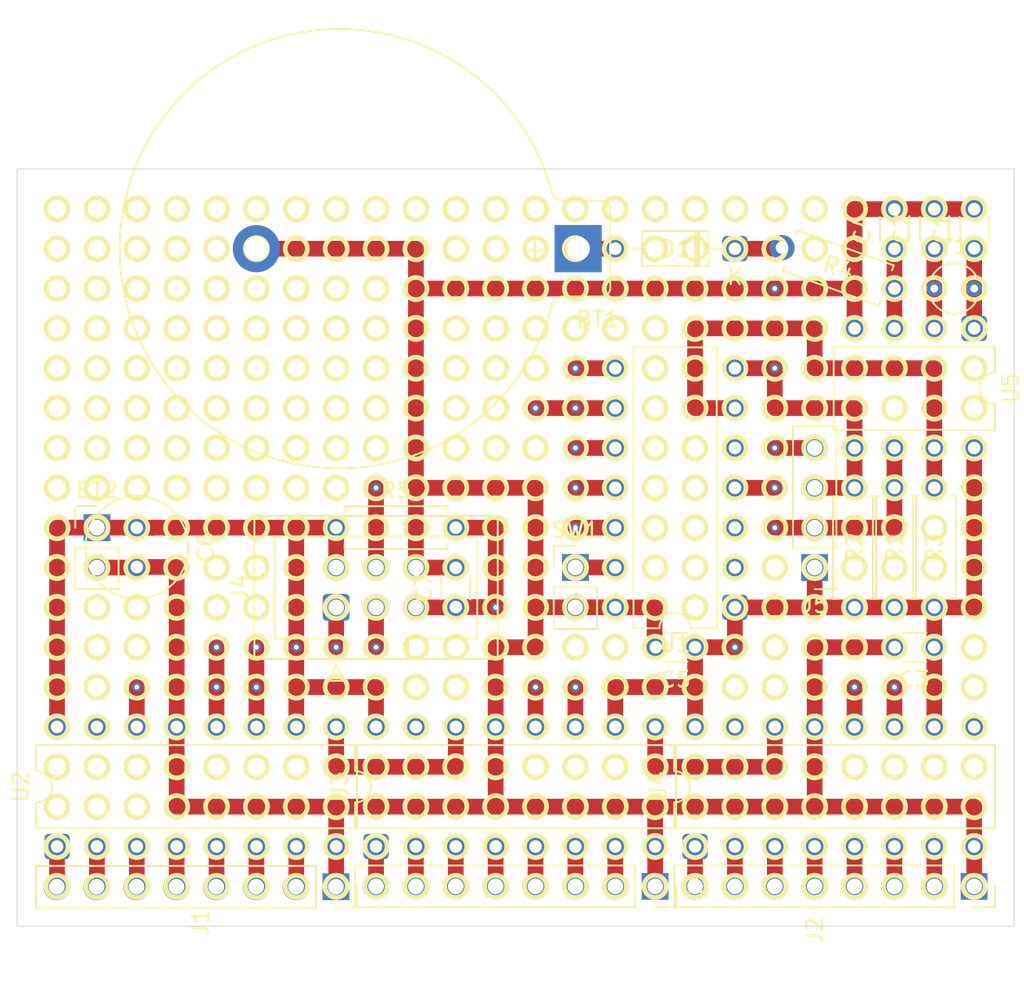
<source format=kicad_pcb>
(kicad_pcb (version 20241229) (generator "pcbnew") (generator_version "9.0")
  (layers (0 "F.Cu" signal) (4 "In1.Cu" signal) (6 "In2.Cu" signal) (8 "In3.Cu" signal) (10 "In4.Cu" signal) (2 "B.Cu" signal) (13 "F.Paste" user) (15 "B.Paste" user) (5 "F.SilkS" user "F.Silkscreen") (7 "B.SilkS" user "B.Silkscreen") (1 "F.Mask" user) (3 "B.Mask" user) (25 "Edge.Cuts" user))
  (net 0 "")
  (net 1 "Net-(BT1-+)")
  (net 2 "GND")
  (net 3 "+5V")
  (net 4 "Net-(U5-X1)")
  (net 5 "Net-(U5-X2)")
  (net 6 "Net-(U5-VBAT)")
  (net 7 "~{RST}")
  (net 8 "Net-(D1-K)")
  (net 9 "C1")
  (net 10 "A1")
  (net 11 "B1")
  (net 12 "D1")
  (net 13 "E1")
  (net 14 "G1")
  (net 15 "F1")
  (net 16 "D2")
  (net 17 "B2")
  (net 18 "A2")
  (net 19 "E2")
  (net 20 "F2")
  (net 21 "C2")
  (net 22 "G2")
  (net 23 "F3")
  (net 24 "B3")
  (net 25 "A3")
  (net 26 "D3")
  (net 27 "E3")
  (net 28 "C3")
  (net 29 "G3")
  (net 30 "MOSI")
  (net 31 "MISO")
  (net 32 "SCK")
  (net 33 "MFP")
  (net 34 "Net-(SW1-A)")
  (net 35 "DATA IN")
  (net 37 "LATCH CLK")
  (net 39 "DATA CLK")
  (net 41 "Net-(U2-QH')")
  (net 44 "Net-(U3-QH')")
  (footprint "Resistor_THT:R_Axial_DIN0207_L6.3mm_D2.5mm_P7.62mm_Horizontal" (layer "F.Cu") (at 68.834 45.212 160)
    (property "Reference" "R4" (at 3.81 0 160) (layer "F.SilkS"))
    (property "Value" "1k")
    (pad "1" thru_hole circle (at 0 0 160) (size 1.6 1.6) (drill 0.8) (layers "*.Cu" "*.Mask") (net 6 "Net-(U5-VBAT)"))
    (pad "2" thru_hole circle (at 7.62 -0.000001 160) (size 1.6 1.6) (drill 0.8) (layers "*.Cu" "*.Mask") (net 8 "Net-(D1-K)"))
  )
  (footprint "Connector_IDC:IDC-Header_2x03_P2.54mm_Vertical" (layer "F.Cu") (at 33.274 65.532 90)
    (property "Reference" "J4" (at 1.27 -6.1 90) (layer "F.SilkS"))
    (property "Value" "AVR-ISP-6")
    (pad "1" thru_hole roundrect (at 0 0 90) (size 1.7 1.7) (drill 1) (layers "*.Cu" "*.Mask") (roundrect_rratio 0.147059) (net 31 "MISO"))
    (pad "2" thru_hole circle (at 2.54 0 90) (size 1.7 1.7) (drill 1) (layers "*.Cu" "*.Mask") (net 3 "+5V"))
    (pad "3" thru_hole circle (at 0 2.54 90) (size 1.7 1.7) (drill 1) (layers "*.Cu" "*.Mask") (net 32 "SCK"))
    (pad "4" thru_hole circle (at 2.54 2.54 90) (size 1.7 1.7) (drill 1) (layers "*.Cu" "*.Mask") (net 30 "MOSI"))
    (pad "5" thru_hole circle (at 0 5.08 90) (size 1.7 1.7) (drill 1) (layers "*.Cu" "*.Mask") (net 7 "~{RST}"))
    (pad "6" thru_hole circle (at 2.54 5.08 90) (size 1.7 1.7) (drill 1) (layers "*.Cu" "*.Mask") (net 2 "GND"))
  )
  (footprint "Resistor_THT:R_Axial_DIN0207_L6.3mm_D2.5mm_P7.62mm_Horizontal" (layer "F.Cu") (at 33.274 60.452)
    (property "Reference" "R5" (at 3.81 -2.37 0) (layer "F.SilkS"))
    (property "Value" "4k7")
    (pad "1" thru_hole circle (at 0 0) (size 1.6 1.6) (drill 0.8) (layers "*.Cu" "*.Mask") (net 3 "+5V"))
    (pad "2" thru_hole circle (at 7.62 0) (size 1.6 1.6) (drill 0.8) (layers "*.Cu" "*.Mask") (net 7 "~{RST}"))
  )
  (footprint "Capacitor_THT:C_Disc_D3.0mm_W1.6mm_P2.50mm" (layer "F.Cu") (at 56.134 68.072 180)
    (property "Reference" "C5" (at 1.25 -2.05 0) (layer "F.SilkS"))
    (property "Value" "100n")
    (pad "1" thru_hole circle (at 0 0 180) (size 1.6 1.6) (drill 0.8) (layers "*.Cu" "*.Mask") (net 3 "+5V"))
    (pad "2" thru_hole circle (at 2.5 0 180) (size 1.6 1.6) (drill 0.8) (layers "*.Cu" "*.Mask") (net 2 "GND"))
  )
  (footprint "Capacitor_THT:C_Disc_D3.0mm_W1.6mm_P2.50mm" (layer "F.Cu") (at 71.354 68.072 180)
    (property "Reference" "C3" (at 1.25 -2.05 0) (layer "F.SilkS"))
    (property "Value" "100n")
    (pad "1" thru_hole circle (at 0 0 180) (size 1.6 1.6) (drill 0.8) (layers "*.Cu" "*.Mask") (net 3 "+5V"))
    (pad "2" thru_hole circle (at 2.5 0 180) (size 1.6 1.6) (drill 0.8) (layers "*.Cu" "*.Mask") (net 2 "GND"))
  )
  (footprint "Battery:BatteryHolder_Keystone_105_1x2430" (layer "F.Cu") (at 48.684 42.672 180)
    (property "Reference" "BT1" (at -1.25 -4.5 0) (layer "F.SilkS"))
    (property "Value" "3V")
    (fp_text user "+" (at 2.75 0 0) (layer "F.SilkS") (effects (font (size 1.5 1.5))))
    (pad "1" thru_hole rect (at 0 0 180) (size 3 3) (drill 1.5) (layers "*.Cu" "*.Mask") (net 1 "Net-(BT1-+)"))
    (pad "2" thru_hole circle (at 20.49 0 180) (size 3 3) (drill 1.5) (layers "*.Cu" "*.Mask") (net 2 "GND"))
  )
  (footprint "Connector_PinSocket_2.54mm:PinSocket_1x08_P2.54mm_Vertical" (layer "F.Cu") (at 73.914 83.312 -90)
    (property "Reference" "J2" (at 2.794 10.16 90) (layer "F.SilkS"))
    (property "Value" "Conn_01x08_Socket")
    (pad "1" thru_hole rect (at 0 0 270) (size 1.7 1.7) (drill 1) (layers "*.Cu" "*.Mask") (net 2 "GND"))
    (pad "2" thru_hole circle (at 0 2.54 270) (size 1.7 1.7) (drill 1) (layers "*.Cu" "*.Mask") (net 20 "F2"))
    (pad "3" thru_hole circle (at 0 5.08 270) (size 1.7 1.7) (drill 1) (layers "*.Cu" "*.Mask") (net 22 "G2"))
    (pad "4" thru_hole circle (at 0 7.62 270) (size 1.7 1.7) (drill 1) (layers "*.Cu" "*.Mask") (net 18 "A2"))
    (pad "5" thru_hole circle (at 0 10.16 270) (size 1.7 1.7) (drill 1) (layers "*.Cu" "*.Mask") (net 17 "B2"))
    (pad "6" thru_hole circle (at 0 12.7 270) (size 1.7 1.7) (drill 1) (layers "*.Cu" "*.Mask") (net 21 "C2"))
    (pad "7" thru_hole circle (at 0 15.24 270) (size 1.7 1.7) (drill 1) (layers "*.Cu" "*.Mask") (net 16 "D2"))
    (pad "8" thru_hole circle (at 0 17.78 270) (size 1.7 1.7) (drill 1) (layers "*.Cu" "*.Mask") (net 19 "E2"))
  )
  (footprint "Package_DIP:DIP-16_W7.62mm" (layer "F.Cu") (at 35.814 80.772 90)
    (property "Reference" "U3" (at 3.81 -2.33 90) (layer "F.SilkS"))
    (property "Value" "74HC595")
    (pad "1" thru_hole roundrect (at 0 0 90) (size 1.6 1.6) (drill 0.8) (layers "*.Cu" "*.Mask") (roundrect_rratio 0.15625) (net 27 "E3"))
    (pad "2" thru_hole circle (at 0 2.54 90) (size 1.6 1.6) (drill 0.8) (layers "*.Cu" "*.Mask") (net 26 "D3"))
    (pad "3" thru_hole circle (at 0 5.08 90) (size 1.6 1.6) (drill 0.8) (layers "*.Cu" "*.Mask") (net 28 "C3"))
    (pad "4" thru_hole circle (at 0 7.62 90) (size 1.6 1.6) (drill 0.8) (layers "*.Cu" "*.Mask") (net 24 "B3"))
    (pad "5" thru_hole circle (at 0 10.16 90) (size 1.6 1.6) (drill 0.8) (layers "*.Cu" "*.Mask") (net 25 "A3"))
    (pad "6" thru_hole circle (at 0 12.7 90) (size 1.6 1.6) (drill 0.8) (layers "*.Cu" "*.Mask") (net 29 "G3"))
    (pad "7" thru_hole circle (at 0 15.24 90) (size 1.6 1.6) (drill 0.8) (layers "*.Cu" "*.Mask") (net 23 "F3"))
    (pad "8" thru_hole circle (at 0 17.78 90) (size 1.6 1.6) (drill 0.8) (layers "*.Cu" "*.Mask") (net 2 "GND"))
    (pad "9" thru_hole circle (at 7.62 17.78 90) (size 1.6 1.6) (drill 0.8) (layers "*.Cu" "*.Mask") (net 44 "Net-(U3-QH')"))
    (pad "10" thru_hole circle (at 7.62 15.24 90) (size 1.6 1.6) (drill 0.8) (layers "*.Cu" "*.Mask") (net 3 "+5V"))
    (pad "11" thru_hole circle (at 7.62 12.7 90) (size 1.6 1.6) (drill 0.8) (layers "*.Cu" "*.Mask") (net 39 "DATA CLK"))
    (pad "12" thru_hole circle (at 7.62 10.16 90) (size 1.6 1.6) (drill 0.8) (layers "*.Cu" "*.Mask") (net 37 "LATCH CLK"))
    (pad "13" thru_hole circle (at 7.62 7.62 90) (size 1.6 1.6) (drill 0.8) (layers "*.Cu" "*.Mask") (net 2 "GND"))
    (pad "14" thru_hole circle (at 7.62 5.08 90) (size 1.6 1.6) (drill 0.8) (layers "*.Cu" "*.Mask") (net 41 "Net-(U2-QH')"))
    (pad "15" thru_hole circle (at 7.62 2.54 90) (size 1.6 1.6) (drill 0.8) (layers "*.Cu" "*.Mask"))
    (pad "16" thru_hole circle (at 7.62 0 90) (size 1.6 1.6) (drill 0.8) (layers "*.Cu" "*.Mask") (net 3 "+5V"))
  )
  (footprint "Capacitor_THT:C_Disc_D3.0mm_W1.6mm_P2.50mm" (layer "F.Cu") (at 40.894 65.512 90)
    (property "Reference" "C7" (at 1.25 -2.05 90) (layer "F.SilkS"))
    (property "Value" "100n")
    (pad "1" thru_hole circle (at 0 0 90) (size 1.6 1.6) (drill 0.8) (layers "*.Cu" "*.Mask") (net 7 "~{RST}"))
    (pad "2" thru_hole circle (at 2.5 0 90) (size 1.6 1.6) (drill 0.8) (layers "*.Cu" "*.Mask") (net 2 "GND"))
  )
  (footprint "Connector_PinSocket_2.54mm:PinSocket_1x08_P2.54mm_Vertical" (layer "F.Cu") (at 53.594 83.312 -90)
    (property "Reference" "J3" (at 0 -2.77 90) (layer "F.SilkS"))
    (property "Value" "Conn_01x08_Socket")
    (pad "1" thru_hole rect (at 0 0 270) (size 1.7 1.7) (drill 1) (layers "*.Cu" "*.Mask") (net 2 "GND"))
    (pad "2" thru_hole circle (at 0 2.54 270) (size 1.7 1.7) (drill 1) (layers "*.Cu" "*.Mask") (net 23 "F3"))
    (pad "3" thru_hole circle (at 0 5.08 270) (size 1.7 1.7) (drill 1) (layers "*.Cu" "*.Mask") (net 29 "G3"))
    (pad "4" thru_hole circle (at 0 7.62 270) (size 1.7 1.7) (drill 1) (layers "*.Cu" "*.Mask") (net 25 "A3"))
    (pad "5" thru_hole circle (at 0 10.16 270) (size 1.7 1.7) (drill 1) (layers "*.Cu" "*.Mask") (net 24 "B3"))
    (pad "6" thru_hole circle (at 0 12.7 270) (size 1.7 1.7) (drill 1) (layers "*.Cu" "*.Mask") (net 28 "C3"))
    (pad "7" thru_hole circle (at 0 15.24 270) (size 1.7 1.7) (drill 1) (layers "*.Cu" "*.Mask") (net 26 "D3"))
    (pad "8" thru_hole circle (at 0 17.78 270) (size 1.7 1.7) (drill 1) (layers "*.Cu" "*.Mask") (net 27 "E3"))
  )
  (footprint "My_Library:50x70mm" (layer "F.Cu") (at 15.494 40.132)
    (property "Reference" "REFe" (hide yes))
    (property "Value" "50x70mm" (hide yes))
    (fp_line (start -2.54 -2.54) (end -2.54 45.72) (stroke (width 0.05)) (layer "Edge.Cuts"))
    (fp_line (start -2.54 -2.54) (end 60.96 -2.54) (stroke (width 0.05)) (layer "Edge.Cuts"))
    (fp_line (start -2.54 45.72) (end 60.96 45.72) (stroke (width 0.05)) (layer "Edge.Cuts"))
    (fp_line (start 60.96 -2.54) (end 60.96 45.72) (stroke (width 0.05)) (layer "Edge.Cuts"))
  )
  (footprint "Connector_PinHeader_2.54mm:PinHeader_1x02_P2.54mm_Vertical" (layer "F.Cu") (at 18.034 60.452)
    (property "Reference" "BT2" (at 0 -2.38 0) (layer "F.SilkS"))
    (property "Value" "5V")
    (pad "1" thru_hole rect (at 0 0) (size 1.7 1.7) (drill 1) (layers "*.Cu" "*.Mask") (net 3 "+5V"))
    (pad "2" thru_hole circle (at 0 2.54) (size 1.7 1.7) (drill 1) (layers "*.Cu" "*.Mask") (net 2 "GND"))
  )
  (footprint "Package_DIP:DIP-16_W7.62mm" (layer "F.Cu") (at 15.494 80.772 90)
    (property "Reference" "U2" (at 3.81 -2.33 90) (layer "F.SilkS"))
    (property "Value" "74HC595")
    (pad "1" thru_hole roundrect (at 0 0 90) (size 1.6 1.6) (drill 0.8) (layers "*.Cu" "*.Mask") (roundrect_rratio 0.15625) (net 13 "E1"))
    (pad "2" thru_hole circle (at 0 2.54 90) (size 1.6 1.6) (drill 0.8) (layers "*.Cu" "*.Mask") (net 12 "D1"))
    (pad "3" thru_hole circle (at 0 5.08 90) (size 1.6 1.6) (drill 0.8) (layers "*.Cu" "*.Mask") (net 9 "C1"))
    (pad "4" thru_hole circle (at 0 7.62 90) (size 1.6 1.6) (drill 0.8) (layers "*.Cu" "*.Mask") (net 11 "B1"))
    (pad "5" thru_hole circle (at 0 10.16 90) (size 1.6 1.6) (drill 0.8) (layers "*.Cu" "*.Mask") (net 10 "A1"))
    (pad "6" thru_hole circle (at 0 12.7 90) (size 1.6 1.6) (drill 0.8) (layers "*.Cu" "*.Mask") (net 14 "G1"))
    (pad "7" thru_hole circle (at 0 15.24 90) (size 1.6 1.6) (drill 0.8) (layers "*.Cu" "*.Mask") (net 15 "F1"))
    (pad "8" thru_hole circle (at 0 17.78 90) (size 1.6 1.6) (drill 0.8) (layers "*.Cu" "*.Mask") (net 2 "GND"))
    (pad "9" thru_hole circle (at 7.62 17.78 90) (size 1.6 1.6) (drill 0.8) (layers "*.Cu" "*.Mask") (net 41 "Net-(U2-QH')"))
    (pad "10" thru_hole circle (at 7.62 15.24 90) (size 1.6 1.6) (drill 0.8) (layers "*.Cu" "*.Mask") (net 3 "+5V"))
    (pad "11" thru_hole circle (at 7.62 12.7 90) (size 1.6 1.6) (drill 0.8) (layers "*.Cu" "*.Mask") (net 39 "DATA CLK"))
    (pad "12" thru_hole circle (at 7.62 10.16 90) (size 1.6 1.6) (drill 0.8) (layers "*.Cu" "*.Mask") (net 37 "LATCH CLK"))
    (pad "13" thru_hole circle (at 7.62 7.62 90) (size 1.6 1.6) (drill 0.8) (layers "*.Cu" "*.Mask") (net 2 "GND"))
    (pad "14" thru_hole circle (at 7.62 5.08 90) (size 1.6 1.6) (drill 0.8) (layers "*.Cu" "*.Mask") (net 35 "DATA IN"))
    (pad "15" thru_hole circle (at 7.62 2.54 90) (size 1.6 1.6) (drill 0.8) (layers "*.Cu" "*.Mask"))
    (pad "16" thru_hole circle (at 7.62 0 90) (size 1.6 1.6) (drill 0.8) (layers "*.Cu" "*.Mask") (net 3 "+5V"))
  )
  (footprint "Crystal:Crystal_AT310_D3.0mm_L10.0mm_Vertical" (layer "F.Cu") (at 71.374 45.212)
    (property "Reference" "Y1" (at 1.27 -2.7 0) (layer "F.SilkS"))
    (property "Value" "32.768kHz")
    (pad "1" thru_hole circle (at 0 0) (size 1 1) (drill 0.5) (layers "*.Cu" "*.Mask") (net 5 "Net-(U5-X2)"))
    (pad "2" thru_hole circle (at 2.54 0) (size 1 1) (drill 0.5) (layers "*.Cu" "*.Mask") (net 4 "Net-(U5-X1)"))
  )
  (footprint "Package_DIP:DIP-14_W7.62mm" (layer "F.Cu") (at 58.674 65.532 180)
    (property "Reference" "U1" (at 3.81 -2.33 0) (layer "F.SilkS"))
    (property "Value" "ATtiny84A-P")
    (pad "1" thru_hole roundrect (at 0 0 180) (size 1.6 1.6) (drill 0.8) (layers "*.Cu" "*.Mask") (roundrect_rratio 0.15625) (net 3 "+5V"))
    (pad "2" thru_hole circle (at 0 2.54 180) (size 1.6 1.6) (drill 0.8) (layers "*.Cu" "*.Mask"))
    (pad "3" thru_hole circle (at 0 5.08 180) (size 1.6 1.6) (drill 0.8) (layers "*.Cu" "*.Mask"))
    (pad "4" thru_hole circle (at 0 7.62 180) (size 1.6 1.6) (drill 0.8) (layers "*.Cu" "*.Mask") (net 7 "~{RST}"))
    (pad "5" thru_hole circle (at 0 10.16 180) (size 1.6 1.6) (drill 0.8) (layers "*.Cu" "*.Mask"))
    (pad "6" thru_hole circle (at 0 12.7 180) (size 1.6 1.6) (drill 0.8) (layers "*.Cu" "*.Mask") (net 33 "MFP"))
    (pad "7" thru_hole circle (at 0 15.24 180) (size 1.6 1.6) (drill 0.8) (layers "*.Cu" "*.Mask") (net 30 "MOSI"))
    (pad "8" thru_hole circle (at 7.62 15.24 180) (size 1.6 1.6) (drill 0.8) (layers "*.Cu" "*.Mask") (net 31 "MISO"))
    (pad "9" thru_hole circle (at 7.62 12.7 180) (size 1.6 1.6) (drill 0.8) (layers "*.Cu" "*.Mask") (net 32 "SCK"))
    (pad "10" thru_hole circle (at 7.62 10.16 180) (size 1.6 1.6) (drill 0.8) (layers "*.Cu" "*.Mask") (net 37 "LATCH CLK"))
    (pad "11" thru_hole circle (at 7.62 7.62 180) (size 1.6 1.6) (drill 0.8) (layers "*.Cu" "*.Mask") (net 39 "DATA CLK"))
    (pad "12" thru_hole circle (at 7.62 5.08 180) (size 1.6 1.6) (drill 0.8) (layers "*.Cu" "*.Mask") (net 35 "DATA IN"))
    (pad "13" thru_hole circle (at 7.62 2.54 180) (size 1.6 1.6) (drill 0.8) (layers "*.Cu" "*.Mask") (net 34 "Net-(SW1-A)"))
    (pad "14" thru_hole circle (at 7.62 0 180) (size 1.6 1.6) (drill 0.8) (layers "*.Cu" "*.Mask") (net 2 "GND"))
  )
  (footprint "Diode_THT:D_DO-35_SOD27_P7.62mm_Horizontal" (layer "F.Cu") (at 58.674 42.672 180)
    (property "Reference" "D1" (at 3.81 0 0) (layer "F.SilkS"))
    (property "Value" "BAT42")
    (fp_text user "K" (at 0 -1.8 0) (layer "F.SilkS"))
    (pad "1" thru_hole roundrect (at 0 0 180) (size 1.6 1.6) (drill 0.8) (layers "*.Cu" "*.Mask") (roundrect_rratio 0.15625) (net 8 "Net-(D1-K)"))
    (pad "2" thru_hole circle (at 7.62 0 180) (size 1.6 1.6) (drill 0.8) (layers "*.Cu" "*.Mask") (net 1 "Net-(BT1-+)"))
  )
  (footprint "Resistor_THT:R_Axial_DIN0207_L6.3mm_D2.5mm_P7.62mm_Horizontal" (layer "F.Cu") (at 66.294 65.532 90)
    (property "Reference" "R2" (at 3.81 0 90) (layer "F.SilkS"))
    (property "Value" "2.2k")
    (pad "1" thru_hole circle (at 0 0 90) (size 1.6 1.6) (drill 0.8) (layers "*.Cu" "*.Mask") (net 3 "+5V"))
    (pad "2" thru_hole circle (at 7.62 0 90) (size 1.6 1.6) (drill 0.8) (layers "*.Cu" "*.Mask") (net 30 "MOSI"))
  )
  (footprint "Capacitor_THT:C_Disc_D3.0mm_W1.6mm_P2.50mm" (layer "F.Cu") (at 71.374 42.652 90)
    (property "Reference" "C2" (at 1.25 -2.05 90) (layer "F.SilkS"))
    (property "Value" "22p")
    (pad "1" thru_hole circle (at 0 0 90) (size 1.6 1.6) (drill 0.8) (layers "*.Cu" "*.Mask") (net 5 "Net-(U5-X2)"))
    (pad "2" thru_hole circle (at 2.5 0 90) (size 1.6 1.6) (drill 0.8) (layers "*.Cu" "*.Mask") (net 2 "GND"))
  )
  (footprint "Package_DIP:DIP-8_W7.62mm" (layer "F.Cu") (at 73.914 47.752 -90)
    (property "Reference" "U5" (at 3.81 -2.33 90) (layer "F.SilkS"))
    (property "Value" "MCP7940N")
    (pad "1" thru_hole roundrect (at 0 0 270) (size 1.6 1.6) (drill 0.8) (layers "*.Cu" "*.Mask") (roundrect_rratio 0.15625) (net 4 "Net-(U5-X1)"))
    (pad "2" thru_hole circle (at 0 2.54 270) (size 1.6 1.6) (drill 0.8) (layers "*.Cu" "*.Mask") (net 5 "Net-(U5-X2)"))
    (pad "3" thru_hole circle (at 0 5.08 270) (size 1.6 1.6) (drill 0.8) (layers "*.Cu" "*.Mask") (net 6 "Net-(U5-VBAT)"))
    (pad "4" thru_hole circle (at 0 7.62 270) (size 1.6 1.6) (drill 0.8) (layers "*.Cu" "*.Mask") (net 2 "GND"))
    (pad "5" thru_hole circle (at 7.62 7.62 270) (size 1.6 1.6) (drill 0.8) (layers "*.Cu" "*.Mask") (net 30 "MOSI"))
    (pad "6" thru_hole circle (at 7.62 5.08 270) (size 1.6 1.6) (drill 0.8) (layers "*.Cu" "*.Mask") (net 32 "SCK"))
    (pad "7" thru_hole circle (at 7.62 2.54 270) (size 1.6 1.6) (drill 0.8) (layers "*.Cu" "*.Mask") (net 33 "MFP"))
    (pad "8" thru_hole circle (at 7.62 0 270) (size 1.6 1.6) (drill 0.8) (layers "*.Cu" "*.Mask") (net 3 "+5V"))
  )
  (footprint "Capacitor_THT:C_Disc_D3.0mm_W1.6mm_P2.50mm" (layer "F.Cu") (at 73.914 42.652 90)
    (property "Reference" "C1" (at 1.25 -2.05 90) (layer "F.SilkS"))
    (property "Value" "22p")
    (pad "1" thru_hole circle (at 0 0 90) (size 1.6 1.6) (drill 0.8) (layers "*.Cu" "*.Mask") (net 4 "Net-(U5-X1)"))
    (pad "2" thru_hole circle (at 2.5 0 90) (size 1.6 1.6) (drill 0.8) (layers "*.Cu" "*.Mask") (net 2 "GND"))
  )
  (footprint "Package_DIP:DIP-16_W7.62mm" (layer "F.Cu") (at 56.134 80.772 90)
    (property "Reference" "U4" (at 3.81 -2.33 90) (layer "F.SilkS"))
    (property "Value" "74HC595")
    (pad "1" thru_hole roundrect (at 0 0 90) (size 1.6 1.6) (drill 0.8) (layers "*.Cu" "*.Mask") (roundrect_rratio 0.15625) (net 19 "E2"))
    (pad "2" thru_hole circle (at 0 2.54 90) (size 1.6 1.6) (drill 0.8) (layers "*.Cu" "*.Mask") (net 16 "D2"))
    (pad "3" thru_hole circle (at 0 5.08 90) (size 1.6 1.6) (drill 0.8) (layers "*.Cu" "*.Mask") (net 21 "C2"))
    (pad "4" thru_hole circle (at 0 7.62 90) (size 1.6 1.6) (drill 0.8) (layers "*.Cu" "*.Mask") (net 17 "B2"))
    (pad "5" thru_hole circle (at 0 10.16 90) (size 1.6 1.6) (drill 0.8) (layers "*.Cu" "*.Mask") (net 18 "A2"))
    (pad "6" thru_hole circle (at 0 12.7 90) (size 1.6 1.6) (drill 0.8) (layers "*.Cu" "*.Mask") (net 22 "G2"))
    (pad "7" thru_hole circle (at 0 15.24 90) (size 1.6 1.6) (drill 0.8) (layers "*.Cu" "*.Mask") (net 20 "F2"))
    (pad "8" thru_hole circle (at 0 17.78 90) (size 1.6 1.6) (drill 0.8) (layers "*.Cu" "*.Mask") (net 2 "GND"))
    (pad "9" thru_hole circle (at 7.62 17.78 90) (size 1.6 1.6) (drill 0.8) (layers "*.Cu" "*.Mask"))
    (pad "10" thru_hole circle (at 7.62 15.24 90) (size 1.6 1.6) (drill 0.8) (layers "*.Cu" "*.Mask") (net 3 "+5V"))
    (pad "11" thru_hole circle (at 7.62 12.7 90) (size 1.6 1.6) (drill 0.8) (layers "*.Cu" "*.Mask") (net 39 "DATA CLK"))
    (pad "12" thru_hole circle (at 7.62 10.16 90) (size 1.6 1.6) (drill 0.8) (layers "*.Cu" "*.Mask") (net 37 "LATCH CLK"))
    (pad "13" thru_hole circle (at 7.62 7.62 90) (size 1.6 1.6) (drill 0.8) (layers "*.Cu" "*.Mask") (net 2 "GND"))
    (pad "14" thru_hole circle (at 7.62 5.08 90) (size 1.6 1.6) (drill 0.8) (layers "*.Cu" "*.Mask") (net 44 "Net-(U3-QH')"))
    (pad "15" thru_hole circle (at 7.62 2.54 90) (size 1.6 1.6) (drill 0.8) (layers "*.Cu" "*.Mask"))
    (pad "16" thru_hole circle (at 7.62 0 90) (size 1.6 1.6) (drill 0.8) (layers "*.Cu" "*.Mask") (net 3 "+5V"))
  )
  (footprint "Connector_PinSocket_2.54mm:PinSocket_1x08_P2.54mm_Vertical" (layer "F.Cu") (at 33.259 83.337 -90)
    (property "Reference" "J1" (at 2.261 8.621 90) (layer "F.SilkS"))
    (property "Value" "Conn_01x08_Socket")
    (pad "1" thru_hole rect (at 0 0 270) (size 1.7 1.7) (drill 1) (layers "*.Cu" "*.Mask") (net 2 "GND"))
    (pad "2" thru_hole circle (at 0 2.54 270) (size 1.7 1.7) (drill 1) (layers "*.Cu" "*.Mask") (net 15 "F1"))
    (pad "3" thru_hole circle (at 0 5.08 270) (size 1.7 1.7) (drill 1) (layers "*.Cu" "*.Mask") (net 14 "G1"))
    (pad "4" thru_hole circle (at 0 7.62 270) (size 1.7 1.7) (drill 1) (layers "*.Cu" "*.Mask") (net 10 "A1"))
    (pad "5" thru_hole circle (at 0 10.16 270) (size 1.7 1.7) (drill 1) (layers "*.Cu" "*.Mask") (net 11 "B1"))
    (pad "6" thru_hole circle (at 0 12.7 270) (size 1.7 1.7) (drill 1) (layers "*.Cu" "*.Mask") (net 9 "C1"))
    (pad "7" thru_hole circle (at 0 15.24 270) (size 1.7 1.7) (drill 1) (layers "*.Cu" "*.Mask") (net 12 "D1"))
    (pad "8" thru_hole circle (at 0 17.78 270) (size 1.7 1.7) (drill 1) (layers "*.Cu" "*.Mask") (net 13 "E1"))
  )
  (footprint "Resistor_THT:R_Axial_DIN0207_L6.3mm_D2.5mm_P7.62mm_Horizontal" (layer "F.Cu") (at 68.834 65.532 90)
    (property "Reference" "R1" (at 3.81 0 90) (layer "F.SilkS"))
    (property "Value" "2.2k")
    (pad "1" thru_hole circle (at 0 0 90) (size 1.6 1.6) (drill 0.8) (layers "*.Cu" "*.Mask") (net 3 "+5V"))
    (pad "2" thru_hole circle (at 7.62 0 90) (size 1.6 1.6) (drill 0.8) (layers "*.Cu" "*.Mask") (net 32 "SCK"))
  )
  (footprint "Connector_PinHeader_2.54mm:PinHeader_1x02_P2.54mm_Vertical" (layer "F.Cu") (at 48.514 62.987)
    (property "Reference" "SW1" (at 0 -2.38 0) (layer "F.SilkS"))
    (property "Value" "SW_SPST")
    (pad "1" thru_hole rect (at 0 0) (size 1.7 1.7) (drill 1) (layers "*.Cu" "*.Mask") (net 34 "Net-(SW1-A)"))
    (pad "2" thru_hole circle (at 0 2.54) (size 1.7 1.7) (drill 1) (layers "*.Cu" "*.Mask") (net 2 "GND"))
  )
  (footprint "Capacitor_THT:C_Radial_D6.3mm_H5.0mm_P2.50mm" (layer "F.Cu") (at 20.574 60.457 -90)
    (property "Reference" "C6" (at 1.25 -4.4 90) (layer "F.SilkS"))
    (property "Value" "10u")
    (pad "1" thru_hole circle (at 0 0 270) (size 1.6 1.6) (drill 0.8) (layers "*.Cu" "*.Mask") (net 3 "+5V"))
    (pad "2" thru_hole circle (at 2.5 0 270) (size 1.6 1.6) (drill 0.8) (layers "*.Cu" "*.Mask") (net 2 "GND"))
  )
  (footprint "Resistor_THT:R_Axial_DIN0207_L6.3mm_D2.5mm_P7.62mm_Horizontal" (layer "F.Cu") (at 71.374 65.532 90)
    (property "Reference" "R3" (at 3.81 0 90) (layer "F.SilkS"))
    (property "Value" "10k")
    (pad "1" thru_hole circle (at 0 0 90) (size 1.6 1.6) (drill 0.8) (layers "*.Cu" "*.Mask") (net 3 "+5V"))
    (pad "2" thru_hole circle (at 7.62 0 90) (size 1.6 1.6) (drill 0.8) (layers "*.Cu" "*.Mask") (net 33 "MFP"))
  )
  (footprint "Connector_PinHeader_2.54mm:PinHeader_1x04_P2.54mm_Vertical" (layer "F.Cu") (at 63.754 62.992 180)
    (property "Reference" "J5" (at 0 -2.38 0) (layer "F.SilkS"))
    (property "Value" "Conn_01x04_Pin")
    (pad "1" thru_hole rect (at 0 0 180) (size 1.7 1.7) (drill 1) (layers "*.Cu" "*.Mask") (net 3 "+5V"))
    (pad "2" thru_hole circle (at 0 2.54 180) (size 1.7 1.7) (drill 1) (layers "*.Cu" "*.Mask") (net 32 "SCK"))
    (pad "3" thru_hole circle (at 0 5.08 180) (size 1.7 1.7) (drill 1) (layers "*.Cu" "*.Mask") (net 30 "MOSI"))
    (pad "4" thru_hole circle (at 0 7.62 180) (size 1.7 1.7) (drill 1) (layers "*.Cu" "*.Mask") (net 2 "GND"))
  )
  (footprint "Capacitor_THT:C_Disc_D3.0mm_W1.6mm_P2.50mm" (layer "F.Cu") (at 68.834 42.672 90)
    (property "Reference" "C4" (at 1.25 -2.05 90) (layer "F.SilkS"))
    (property "Value" "100p")
    (pad "1" thru_hole circle (at 0 0 90) (size 1.6 1.6) (drill 0.8) (layers "*.Cu" "*.Mask") (net 6 "Net-(U5-VBAT)"))
    (pad "2" thru_hole circle (at 2.5 0 90) (size 1.6 1.6) (drill 0.8) (layers "*.Cu" "*.Mask") (net 2 "GND"))
  )
  (segment (start 51.054 42.672) (end 48.684 42.672) (width 1) (layer "F.Cu") (net 1))
  (segment (start 45.974 57.912) (end 45.974 65.532) (width 1) (layer "F.Cu") (net 2))
  (segment (start 73.914 78.232) (end 73.914 83.312) (width 1) (layer "F.Cu") (net 2))
  (segment (start 66.294 45.212) (end 66.294 47.752) (width 1) (layer "F.Cu") (net 2))
  (segment (start 33.274 78.232) (end 33.274 80.772) (width 1) (layer "F.Cu") (net 2))
  (segment (start 33.274 80.772) (end 33.274 83.322) (width 1) (layer "F.Cu") (net 2))
  (segment (start 23.114 73.152) (end 23.114 78.232) (width 1) (layer "F.Cu") (net 2))
  (segment (start 18.034 62.992) (end 20.539 62.992) (width 1) (layer "F.Cu") (net 2))
  (segment (start 45.974 68.072) (end 43.434 68.072) (width 1) (layer "F.Cu") (net 2))
  (segment (start 63.754 78.232) (end 63.754 73.152) (width 1) (layer "F.Cu") (net 2))
  (segment (start 51.049 65.527) (end 51.054 65.532) (width 1) (layer "F.Cu") (net 2))
  (segment (start 38.354 57.912) (end 38.354 62.992) (width 1) (layer "F.Cu") (net 2))
  (segment (start 73.914 40.152) (end 66.314 40.152) (width 1) (layer "F.Cu") (net 2))
  (segment (start 43.434 78.232) (end 43.434 73.152) (width 1) (layer "F.Cu") (net 2))
  (segment (start 68.854 68.072) (end 63.754 68.072) (width 1) (layer "F.Cu") (net 2))
  (segment (start 38.354 42.672) (end 28.194 42.672) (width 1) (layer "F.Cu") (net 2))
  (segment (start 38.354 62.992) (end 40.874 62.992) (width 1) (layer "F.Cu") (net 2))
  (segment (start 20.539 62.992) (end 20.574 62.957) (width 1) (layer "F.Cu") (net 2))
  (segment (start 43.434 68.072) (end 43.434 73.152) (width 1) (layer "F.Cu") (net 2))
  (segment (start 38.354 47.752) (end 38.354 57.912) (width 1) (layer "F.Cu") (net 2))
  (segment (start 53.554 65.572) (end 53.554 68.112) (width 1) (layer "F.Cu") (net 2))
  (segment (start 45.979 65.527) (end 48.514 65.527) (width 1) (layer "F.Cu") (net 2))
  (segment (start 40.874 62.992) (end 40.894 63.012) (width 1) (layer "F.Cu") (net 2))
  (segment (start 33.274 78.232) (end 43.434 78.232) (width 1) (layer "F.Cu") (net 2))
  (segment (start 51.054 65.532) (end 53.594 65.532) (width 1) (layer "F.Cu") (net 2))
  (segment (start 61.214 45.212) (end 66.294 45.212) (width 1) (layer "F.Cu") (net 2))
  (segment (start 63.754 78.232) (end 73.914 78.232) (width 1) (layer "F.Cu") (net 2))
  (segment (start 23.079 62.957) (end 23.114 62.992) (width 1) (layer "F.Cu") (net 2))
  (segment (start 38.354 45.212) (end 38.354 42.672) (width 1) (layer "F.Cu") (net 2))
  (segment (start 23.114 62.992) (end 23.114 73.152) (width 1) (layer "F.Cu") (net 2))
  (segment (start 66.314 40.152) (end 66.294 40.132) (width 1) (layer "F.Cu") (net 2))
  (segment (start 48.514 65.527) (end 51.049 65.527) (width 1) (layer "F.Cu") (net 2))
  (segment (start 53.594 78.232) (end 53.594 80.772) (width 1) (layer "F.Cu") (net 2))
  (segment (start 20.574 62.957) (end 23.079 62.957) (width 1) (layer "F.Cu") (net 2))
  (segment (start 53.594 78.232) (end 63.754 78.232) (width 1) (layer "F.Cu") (net 2))
  (segment (start 53.594 80.772) (end 53.594 83.312) (width 1) (layer "F.Cu") (net 2))
  (segment (start 53.594 65.532) (end 53.554 65.572) (width 1) (layer "F.Cu") (net 2))
  (segment (start 45.974 65.532) (end 45.974 68.072) (width 1) (layer "F.Cu") (net 2))
  (segment (start 63.754 55.372) (end 61.214 55.372) (width 1) (layer "F.Cu") (net 2))
  (segment (start 43.434 78.232) (end 53.594 78.232) (width 1) (layer "F.Cu") (net 2))
  (segment (start 63.754 68.072) (end 63.754 73.152) (width 1) (layer "F.Cu") (net 2))
  (segment (start 33.274 83.322) (end 33.259 83.337) (width 1) (layer "F.Cu") (net 2))
  (segment (start 38.354 45.212) (end 38.354 47.752) (width 1) (layer "F.Cu") (net 2))
  (segment (start 38.354 45.212) (end 61.214 45.212) (width 1) (layer "F.Cu") (net 2))
  (segment (start 66.294 40.132) (end 66.294 45.212) (width 1) (layer "F.Cu") (net 2))
  (segment (start 38.354 57.912) (end 45.974 57.912) (width 1) (layer "F.Cu") (net 2))
  (segment (start 45.974 65.532) (end 45.979 65.527) (width 1) (layer "F.Cu") (net 2))
  (segment (start 23.114 78.232) (end 33.274 78.232) (width 1) (layer "F.Cu") (net 2))
  (via (at 61.214 45.212) (size 0.6) (drill 0.3) (layers "F.Cu" "B.Cu") (net 2))
  (via (at 61.214 55.372) (size 0.6) (drill 0.3) (layers "F.Cu" "B.Cu") (net 2))
  (segment (start 73.894 65.532) (end 73.914 65.552) (width 1) (layer "F.Cu") (net 3))
  (segment (start 20.574 60.457) (end 21.585 60.457) (width 1) (layer "F.Cu") (net 3))
  (segment (start 63.754 65.532) (end 66.294 65.532) (width 1) (layer "F.Cu") (net 3))
  (segment (start 21.585 60.457) (end 21.59 60.452) (width 1) (layer "F.Cu") (net 3))
  (segment (start 15.494 60.452) (end 15.494 73.152) (width 1) (layer "F.Cu") (net 3))
  (segment (start 56.134 68.072) (end 58.674 68.072) (width 1) (layer "F.Cu") (net 3))
  (segment (start 73.914 65.552) (end 73.914 55.372) (width 1) (layer "F.Cu") (net 3))
  (segment (start 30.734 68.072) (end 30.734 60.452) (width 1) (layer "F.Cu") (net 3))
  (segment (start 30.734 73.152) (end 30.734 70.612) (width 1) (layer "F.Cu") (net 3))
  (segment (start 63.754 65.532) (end 63.754 62.992) (width 1) (layer "F.Cu") (net 3))
  (segment (start 18.034 60.452) (end 15.494 60.452) (width 1) (layer "F.Cu") (net 3))
  (segment (start 56.134 70.612) (end 56.134 68.072) (width 1) (layer "F.Cu") (net 3))
  (segment (start 51.054 73.152) (end 51.054 70.612) (width 1) (layer "F.Cu") (net 3))
  (segment (start 18.034 60.452) (end 20.569 60.452) (width 1) (layer "F.Cu") (net 3))
  (segment (start 20.569 60.452) (end 20.574 60.457) (width 1) (layer "F.Cu") (net 3))
  (segment (start 56.134 70.612) (end 56.134 73.152) (width 1) (layer "F.Cu") (net 3))
  (segment (start 30.734 70.612) (end 35.814 70.612) (width 1) (layer "F.Cu") (net 3))
  (segment (start 30.734 60.452) (end 33.274 60.452) (width 1) (layer "F.Cu") (net 3))
  (segment (start 33.274 60.452) (end 33.274 62.992) (width 1) (layer "F.Cu") (net 3))
  (segment (start 35.814 70.612) (end 35.814 73.152) (width 1) (layer "F.Cu") (net 3))
  (segment (start 21.59 60.452) (end 30.734 60.452) (width 1) (layer "F.Cu") (net 3))
  (segment (start 71.374 65.532) (end 71.374 73.152) (width 1) (layer "F.Cu") (net 3))
  (segment (start 51.054 70.612) (end 53.554 70.612) (width 1) (layer "F.Cu") (net 3))
  (segment (start 66.294 65.532) (end 73.894 65.532) (width 1) (layer "F.Cu") (net 3))
  (segment (start 58.674 65.532) (end 63.754 65.532) (width 1) (layer "F.Cu") (net 3))
  (segment (start 53.554 70.612) (end 56.134 70.612) (width 1) (layer "F.Cu") (net 3))
  (segment (start 30.734 70.612) (end 30.734 68.072) (width 1) (layer "F.Cu") (net 3))
  (segment (start 58.674 68.072) (end 58.674 65.532) (width 1) (layer "F.Cu") (net 3))
  (via (at 30.734 68.072) (size 0.6) (drill 0.3) (layers "F.Cu" "B.Cu") (net 3))
  (via (at 58.674 68.072) (size 0.6) (drill 0.3) (layers "F.Cu" "B.Cu") (net 3))
  (segment (start 73.914 47.752) (end 73.914 42.652) (width 1) (layer "F.Cu") (net 4))
  (segment (start 71.374 47.752) (end 71.374 42.652) (width 1) (layer "F.Cu") (net 5))
  (segment (start 68.834 47.752) (end 68.834 42.672) (width 1) (layer "F.Cu") (net 6))
  (segment (start 38.354 65.532) (end 40.874 65.532) (width 1) (layer "F.Cu") (net 7))
  (segment (start 43.414 65.512) (end 43.434 65.532) (width 1) (layer "F.Cu") (net 7))
  (segment (start 43.434 60.452) (end 40.894 60.452) (width 1) (layer "F.Cu") (net 7))
  (segment (start 40.894 65.512) (end 43.414 65.512) (width 1) (layer "F.Cu") (net 7))
  (segment (start 58.674 57.912) (end 61.214 57.912) (width 1) (layer "F.Cu") (net 7))
  (segment (start 43.434 65.532) (end 43.434 60.452) (width 1) (layer "F.Cu") (net 7))
  (segment (start 40.874 65.532) (end 40.894 65.512) (width 1) (layer "F.Cu") (net 7))
  (via (at 61.214 57.912) (size 0.6) (drill 0.3) (layers "F.Cu" "B.Cu") (net 7))
  (via (at 43.434 65.532) (size 0.6) (drill 0.3) (layers "F.Cu" "B.Cu") (net 7))
  (segment (start 61.607349 42.672) (end 61.673542 42.605807) (width 1) (layer "F.Cu") (net 8))
  (segment (start 58.674 42.672) (end 61.607349 42.672) (width 1) (layer "F.Cu") (net 8))
  (segment (start 20.574 80.772) (end 20.574 83.322) (width 1) (layer "F.Cu") (net 9))
  (segment (start 20.574 83.322) (end 20.559 83.337) (width 1) (layer "F.Cu") (net 9))
  (segment (start 25.654 80.772) (end 25.654 83.322) (width 1) (layer "F.Cu") (net 10))
  (segment (start 25.654 83.322) (end 25.639 83.337) (width 1) (layer "F.Cu") (net 10))
  (segment (start 23.114 83.322) (end 23.099 83.337) (width 1) (layer "F.Cu") (net 11))
  (segment (start 23.114 80.772) (end 23.114 83.322) (width 1) (layer "F.Cu") (net 11))
  (segment (start 18.034 83.322) (end 18.019 83.337) (width 1) (layer "F.Cu") (net 12))
  (segment (start 18.034 80.772) (end 18.034 83.322) (width 1) (layer "F.Cu") (net 12))
  (segment (start 15.494 83.322) (end 15.479 83.337) (width 1) (layer "F.Cu") (net 13))
  (segment (start 15.494 80.772) (end 15.494 83.322) (width 1) (layer "F.Cu") (net 13))
  (segment (start 28.194 80.772) (end 28.194 83.322) (width 1) (layer "F.Cu") (net 14))
  (segment (start 28.194 83.322) (end 28.179 83.337) (width 1) (layer "F.Cu") (net 14))
  (segment (start 30.734 83.322) (end 30.719 83.337) (width 1) (layer "F.Cu") (net 15))
  (segment (start 30.734 80.772) (end 30.734 83.322) (width 1) (layer "F.Cu") (net 15))
  (segment (start 58.674 80.772) (end 58.674 83.312) (width 1) (layer "F.Cu") (net 16))
  (segment (start 63.754 80.772) (end 63.754 83.312) (width 1) (layer "F.Cu") (net 17))
  (segment (start 66.294 80.772) (end 66.294 83.312) (width 1) (layer "F.Cu") (net 18))
  (segment (start 56.134 80.772) (end 56.134 83.312) (width 1) (layer "F.Cu") (net 19))
  (segment (start 71.374 80.772) (end 71.374 83.312) (width 1) (layer "F.Cu") (net 20))
  (segment (start 61.214 80.772) (end 61.214 83.312) (width 1) (layer "F.Cu") (net 21))
  (segment (start 68.834 80.772) (end 68.834 83.312) (width 1) (layer "F.Cu") (net 22))
  (segment (start 51.054 80.772) (end 51.054 83.312) (width 1) (layer "F.Cu") (net 23))
  (segment (start 43.434 80.772) (end 43.434 83.312) (width 1) (layer "F.Cu") (net 24))
  (segment (start 45.974 80.772) (end 45.974 83.312) (width 1) (layer "F.Cu") (net 25))
  (segment (start 38.354 80.772) (end 38.354 83.312) (width 1) (layer "F.Cu") (net 26))
  (segment (start 35.814 80.772) (end 35.814 83.312) (width 1) (layer "F.Cu") (net 27))
  (segment (start 40.894 80.772) (end 40.894 83.312) (width 1) (layer "F.Cu") (net 28))
  (segment (start 48.514 80.772) (end 48.514 83.312) (width 1) (layer "F.Cu") (net 29))
  (segment (start 58.674 50.292) (end 61.214 50.292) (width 1) (layer "F.Cu") (net 30))
  (segment (start 66.294 57.912) (end 66.294 55.372) (width 1) (layer "F.Cu") (net 30))
  (segment (start 61.214 50.292) (end 61.214 52.832) (width 1) (layer "F.Cu") (net 30))
  (segment (start 35.814 62.992) (end 35.814 57.912) (width 1) (layer "F.Cu") (net 30))
  (segment (start 66.294 57.912) (end 63.754 57.912) (width 1) (layer "F.Cu") (net 30))
  (segment (start 61.214 52.832) (end 66.294 52.832) (width 1) (layer "F.Cu") (net 30))
  (segment (start 66.294 52.832) (end 66.294 55.372) (width 1) (layer "F.Cu") (net 30))
  (via (at 35.814 57.912) (size 0.6) (drill 0.3) (layers "F.Cu" "B.Cu") (net 30))
  (via (at 61.214 50.292) (size 0.6) (drill 0.3) (layers "F.Cu" "B.Cu") (net 30))
  (segment (start 33.274 65.532) (end 33.274 68.072) (width 1) (layer "F.Cu") (net 31))
  (segment (start 51.054 50.292) (end 48.514 50.292) (width 1) (layer "F.Cu") (net 31))
  (via (at 33.274 68.072) (size 0.6) (drill 0.3) (layers "F.Cu" "B.Cu") (net 31))
  (via (at 48.514 50.292) (size 0.6) (drill 0.3) (layers "F.Cu" "B.Cu") (net 31))
  (segment (start 68.834 57.912) (end 68.834 60.452) (width 1) (layer "F.Cu") (net 32))
  (segment (start 51.054 52.832) (end 48.514 52.832) (width 1) (layer "F.Cu") (net 32))
  (segment (start 63.754 60.452) (end 61.214 60.452) (width 1) (layer "F.Cu") (net 32))
  (segment (start 68.834 57.912) (end 68.834 55.372) (width 1) (layer "F.Cu") (net 32))
  (segment (start 68.834 60.452) (end 63.754 60.452) (width 1) (layer "F.Cu") (net 32))
  (segment (start 35.814 65.532) (end 35.814 68.072) (width 1) (layer "F.Cu") (net 32))
  (segment (start 48.514 52.832) (end 45.974 52.832) (width 1) (layer "F.Cu") (net 32))
  (via (at 48.514 52.832) (size 0.6) (drill 0.3) (layers "F.Cu" "B.Cu") (net 32))
  (via (at 35.814 68.072) (size 0.6) (drill 0.3) (layers "F.Cu" "B.Cu") (net 32))
  (via (at 61.214 60.452) (size 0.6) (drill 0.3) (layers "F.Cu" "B.Cu") (net 32))
  (via (at 45.974 52.832) (size 0.6) (drill 0.3) (layers "F.Cu" "B.Cu") (net 32))
  (segment (start 63.754 47.752) (end 56.134 47.752) (width 1) (layer "F.Cu") (net 33))
  (segment (start 71.374 50.292) (end 63.754 50.292) (width 1) (layer "F.Cu") (net 33))
  (segment (start 71.374 57.912) (end 71.374 55.372) (width 1) (layer "F.Cu") (net 33))
  (segment (start 63.754 50.292) (end 63.754 47.752) (width 1) (layer "F.Cu") (net 33))
  (segment (start 56.134 47.752) (end 56.134 52.832) (width 1) (layer "F.Cu") (net 33))
  (segment (start 56.134 52.832) (end 58.674 52.832) (width 1) (layer "F.Cu") (net 33))
  (segment (start 71.374 55.372) (end 71.374 50.292) (width 1) (layer "F.Cu") (net 33))
  (segment (start 51.049 62.987) (end 51.054 62.992) (width 1) (layer "F.Cu") (net 34))
  (segment (start 48.514 62.987) (end 51.049 62.987) (width 1) (layer "F.Cu") (net 34))
  (segment (start 51.054 60.452) (end 48.514 60.452) (width 1) (layer "F.Cu") (net 35))
  (segment (start 20.574 73.152) (end 20.574 70.612) (width 1) (layer "F.Cu") (net 35))
  (via (at 20.574 70.612) (size 0.6) (drill 0.3) (layers "F.Cu" "B.Cu") (net 35))
  (via (at 48.514 60.452) (size 0.6) (drill 0.3) (layers "F.Cu" "B.Cu") (net 35))
  (segment (start 51.054 55.372) (end 48.514 55.372) (width 1) (layer "F.Cu") (net 37))
  (segment (start 66.294 73.152) (end 66.294 70.612) (width 1) (layer "F.Cu") (net 37))
  (segment (start 25.654 73.152) (end 25.654 70.612) (width 1) (layer "F.Cu") (net 37))
  (segment (start 25.654 70.612) (end 25.654 68.072) (width 1) (layer "F.Cu") (net 37))
  (segment (start 45.974 73.152) (end 45.974 70.612) (width 1) (layer "F.Cu") (net 37))
  (via (at 66.294 70.612) (size 0.6) (drill 0.3) (layers "F.Cu" "B.Cu") (net 37))
  (via (at 48.514 55.372) (size 0.6) (drill 0.3) (layers "F.Cu" "B.Cu") (net 37))
  (via (at 45.974 70.612) (size 0.6) (drill 0.3) (layers "F.Cu" "B.Cu") (net 37))
  (via (at 25.654 70.612) (size 0.6) (drill 0.3) (layers "F.Cu" "B.Cu") (net 37))
  (via (at 25.654 68.072) (size 0.6) (drill 0.3) (layers "F.Cu" "B.Cu") (net 37))
  (segment (start 28.194 70.612) (end 28.194 68.072) (width 1) (layer "F.Cu") (net 39))
  (segment (start 51.054 57.912) (end 48.514 57.912) (width 1) (layer "F.Cu") (net 39))
  (segment (start 28.194 73.152) (end 28.194 70.612) (width 1) (layer "F.Cu") (net 39))
  (segment (start 68.834 73.152) (end 68.834 70.612) (width 1) (layer "F.Cu") (net 39))
  (segment (start 48.514 73.152) (end 48.514 70.612) (width 1) (layer "F.Cu") (net 39))
  (via (at 28.194 70.612) (size 0.6) (drill 0.3) (layers "F.Cu" "B.Cu") (net 39))
  (via (at 48.514 57.912) (size 0.6) (drill 0.3) (layers "F.Cu" "B.Cu") (net 39))
  (via (at 68.834 70.612) (size 0.6) (drill 0.3) (layers "F.Cu" "B.Cu") (net 39))
  (via (at 48.514 70.612) (size 0.6) (drill 0.3) (layers "F.Cu" "B.Cu") (net 39))
  (via (at 28.194 68.072) (size 0.6) (drill 0.3) (layers "F.Cu" "B.Cu") (net 39))
  (segment (start 33.274 73.152) (end 33.274 75.692) (width 1) (layer "F.Cu") (net 41))
  (segment (start 33.274 75.692) (end 40.894 75.692) (width 1) (layer "F.Cu") (net 41))
  (segment (start 40.894 75.692) (end 40.894 73.152) (width 1) (layer "F.Cu") (net 41))
  (segment (start 61.214 75.692) (end 61.214 73.152) (width 1) (layer "F.Cu") (net 44))
  (segment (start 53.594 73.152) (end 53.594 75.692) (width 1) (layer "F.Cu") (net 44))
  (segment (start 53.594 75.692) (end 61.214 75.692) (width 1) (layer "F.Cu") (net 44))
)
</source>
